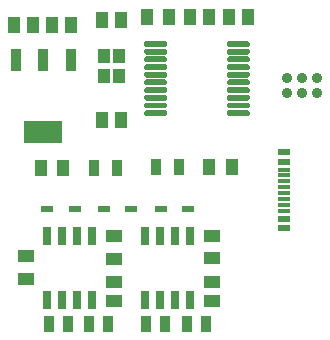
<source format=gbr>
%TF.GenerationSoftware,KiCad,Pcbnew,(5.1.12-1-g0a0a2da680)-1*%
%TF.CreationDate,2022-12-01T20:21:13+01:00*%
%TF.ProjectId,ThermoDeviceLogger,54686572-6d6f-4446-9576-6963654c6f67,rev?*%
%TF.SameCoordinates,Original*%
%TF.FileFunction,Paste,Top*%
%TF.FilePolarity,Positive*%
%FSLAX46Y46*%
G04 Gerber Fmt 4.6, Leading zero omitted, Abs format (unit mm)*
G04 Created by KiCad (PCBNEW (5.1.12-1-g0a0a2da680)-1) date 2022-12-01 20:21:13*
%MOMM*%
%LPD*%
G01*
G04 APERTURE LIST*
%ADD10R,1.100000X0.300000*%
%ADD11R,1.100000X0.600000*%
%ADD12R,1.020000X1.470000*%
%ADD13R,1.470000X1.020000*%
%ADD14R,1.075000X0.500000*%
%ADD15R,0.960000X1.390000*%
%ADD16R,3.200000X1.950000*%
%ADD17R,0.900000X1.950000*%
%ADD18R,0.650000X1.525000*%
%ADD19C,0.889000*%
%ADD20R,0.900000X1.400000*%
%ADD21R,1.000000X1.450000*%
%ADD22R,1.450000X1.000000*%
%ADD23R,1.000000X1.200000*%
G04 APERTURE END LIST*
D10*
%TO.C,J2*%
X117600000Y-70950000D03*
X117600000Y-69950000D03*
X117600000Y-68450000D03*
X117600000Y-67450000D03*
D11*
X117600000Y-66000000D03*
X117600000Y-66800000D03*
D10*
X117600000Y-67950000D03*
X117600000Y-68950000D03*
X117600000Y-69450000D03*
X117600000Y-70450000D03*
D11*
X117600000Y-71600000D03*
X117600000Y-72400000D03*
%TD*%
D12*
%TO.C,C1*%
X98000000Y-55250000D03*
X99600000Y-55250000D03*
%TD*%
%TO.C,C2*%
X96350000Y-55250000D03*
X94750000Y-55250000D03*
%TD*%
%TO.C,C3*%
X109700000Y-54500000D03*
X111300000Y-54500000D03*
%TD*%
%TO.C,C4*%
X114550000Y-54500000D03*
X112950000Y-54500000D03*
%TD*%
%TO.C,C5*%
X102200000Y-54750000D03*
X103800000Y-54750000D03*
%TD*%
%TO.C,C6*%
X103800000Y-63250000D03*
X102200000Y-63250000D03*
%TD*%
D13*
%TO.C,C7*%
X103250000Y-78600000D03*
X103250000Y-77000000D03*
%TD*%
%TO.C,C8*%
X111500000Y-78550000D03*
X111500000Y-76950000D03*
%TD*%
D14*
%TO.C,D1*%
X99912000Y-70750000D03*
X97588000Y-70750000D03*
%TD*%
%TO.C,D2*%
X109500000Y-70750000D03*
X107176000Y-70750000D03*
%TD*%
%TO.C,D3*%
X102382000Y-70750000D03*
X104706000Y-70750000D03*
%TD*%
D15*
%TO.C,FB1*%
X109380000Y-80500000D03*
X111000000Y-80500000D03*
%TD*%
%TO.C,FB2*%
X105940000Y-80500000D03*
X107560000Y-80500000D03*
%TD*%
D16*
%TO.C,IC1*%
X97250000Y-64300000D03*
D17*
X94950000Y-58200000D03*
X97250000Y-58200000D03*
X99550000Y-58200000D03*
%TD*%
D18*
%TO.C,IC2*%
X97595000Y-73038000D03*
X98865000Y-73038000D03*
X100135000Y-73038000D03*
X101405000Y-73038000D03*
X101405000Y-78462000D03*
X100135000Y-78462000D03*
X98865000Y-78462000D03*
X97595000Y-78462000D03*
%TD*%
%TO.C,IC3*%
X105845000Y-73038000D03*
X107115000Y-73038000D03*
X108385000Y-73038000D03*
X109655000Y-73038000D03*
X109655000Y-78462000D03*
X108385000Y-78462000D03*
X107115000Y-78462000D03*
X105845000Y-78462000D03*
%TD*%
D19*
%TO.C,J3*%
X117860000Y-60970000D03*
X117860000Y-59700000D03*
X119130000Y-60970000D03*
X119130000Y-59700000D03*
X120400000Y-60970000D03*
X120400000Y-59700000D03*
%TD*%
D20*
%TO.C,LED1*%
X101550000Y-67290000D03*
X103450000Y-67290000D03*
%TD*%
%TO.C,LED2*%
X108700000Y-67250000D03*
X106800000Y-67250000D03*
%TD*%
D15*
%TO.C,LFB1*%
X101130000Y-80500000D03*
X102750000Y-80500000D03*
%TD*%
%TO.C,LFB2*%
X97690000Y-80500000D03*
X99310000Y-80500000D03*
%TD*%
D21*
%TO.C,R1*%
X106000000Y-54500000D03*
X107900000Y-54500000D03*
%TD*%
%TO.C,R2*%
X97050000Y-67290000D03*
X98950000Y-67290000D03*
%TD*%
%TO.C,R3*%
X111300000Y-67250000D03*
X113200000Y-67250000D03*
%TD*%
D22*
%TO.C,R4*%
X111500000Y-73050000D03*
X111500000Y-74950000D03*
%TD*%
%TO.C,R5*%
X95750000Y-74800000D03*
X95750000Y-76700000D03*
%TD*%
%TO.C,R6*%
X103250000Y-73100000D03*
X103250000Y-75000000D03*
%TD*%
D23*
%TO.C,Y1*%
X103650000Y-57800000D03*
X103650000Y-59500000D03*
X102350000Y-59500000D03*
X102350000Y-57800000D03*
%TD*%
%TO.C,U1*%
G36*
G01*
X112800000Y-56950000D02*
X112800000Y-56700000D01*
G75*
G02*
X112925000Y-56575000I125000J0D01*
G01*
X114575000Y-56575000D01*
G75*
G02*
X114700000Y-56700000I0J-125000D01*
G01*
X114700000Y-56950000D01*
G75*
G02*
X114575000Y-57075000I-125000J0D01*
G01*
X112925000Y-57075000D01*
G75*
G02*
X112800000Y-56950000I0J125000D01*
G01*
G37*
G36*
G01*
X112800000Y-57600000D02*
X112800000Y-57350000D01*
G75*
G02*
X112925000Y-57225000I125000J0D01*
G01*
X114575000Y-57225000D01*
G75*
G02*
X114700000Y-57350000I0J-125000D01*
G01*
X114700000Y-57600000D01*
G75*
G02*
X114575000Y-57725000I-125000J0D01*
G01*
X112925000Y-57725000D01*
G75*
G02*
X112800000Y-57600000I0J125000D01*
G01*
G37*
G36*
G01*
X112800000Y-58250000D02*
X112800000Y-58000000D01*
G75*
G02*
X112925000Y-57875000I125000J0D01*
G01*
X114575000Y-57875000D01*
G75*
G02*
X114700000Y-58000000I0J-125000D01*
G01*
X114700000Y-58250000D01*
G75*
G02*
X114575000Y-58375000I-125000J0D01*
G01*
X112925000Y-58375000D01*
G75*
G02*
X112800000Y-58250000I0J125000D01*
G01*
G37*
G36*
G01*
X112800000Y-58900000D02*
X112800000Y-58650000D01*
G75*
G02*
X112925000Y-58525000I125000J0D01*
G01*
X114575000Y-58525000D01*
G75*
G02*
X114700000Y-58650000I0J-125000D01*
G01*
X114700000Y-58900000D01*
G75*
G02*
X114575000Y-59025000I-125000J0D01*
G01*
X112925000Y-59025000D01*
G75*
G02*
X112800000Y-58900000I0J125000D01*
G01*
G37*
G36*
G01*
X112800000Y-59550000D02*
X112800000Y-59300000D01*
G75*
G02*
X112925000Y-59175000I125000J0D01*
G01*
X114575000Y-59175000D01*
G75*
G02*
X114700000Y-59300000I0J-125000D01*
G01*
X114700000Y-59550000D01*
G75*
G02*
X114575000Y-59675000I-125000J0D01*
G01*
X112925000Y-59675000D01*
G75*
G02*
X112800000Y-59550000I0J125000D01*
G01*
G37*
G36*
G01*
X112800000Y-60200000D02*
X112800000Y-59950000D01*
G75*
G02*
X112925000Y-59825000I125000J0D01*
G01*
X114575000Y-59825000D01*
G75*
G02*
X114700000Y-59950000I0J-125000D01*
G01*
X114700000Y-60200000D01*
G75*
G02*
X114575000Y-60325000I-125000J0D01*
G01*
X112925000Y-60325000D01*
G75*
G02*
X112800000Y-60200000I0J125000D01*
G01*
G37*
G36*
G01*
X112800000Y-60850000D02*
X112800000Y-60600000D01*
G75*
G02*
X112925000Y-60475000I125000J0D01*
G01*
X114575000Y-60475000D01*
G75*
G02*
X114700000Y-60600000I0J-125000D01*
G01*
X114700000Y-60850000D01*
G75*
G02*
X114575000Y-60975000I-125000J0D01*
G01*
X112925000Y-60975000D01*
G75*
G02*
X112800000Y-60850000I0J125000D01*
G01*
G37*
G36*
G01*
X112800000Y-61500000D02*
X112800000Y-61250000D01*
G75*
G02*
X112925000Y-61125000I125000J0D01*
G01*
X114575000Y-61125000D01*
G75*
G02*
X114700000Y-61250000I0J-125000D01*
G01*
X114700000Y-61500000D01*
G75*
G02*
X114575000Y-61625000I-125000J0D01*
G01*
X112925000Y-61625000D01*
G75*
G02*
X112800000Y-61500000I0J125000D01*
G01*
G37*
G36*
G01*
X112800000Y-62150000D02*
X112800000Y-61900000D01*
G75*
G02*
X112925000Y-61775000I125000J0D01*
G01*
X114575000Y-61775000D01*
G75*
G02*
X114700000Y-61900000I0J-125000D01*
G01*
X114700000Y-62150000D01*
G75*
G02*
X114575000Y-62275000I-125000J0D01*
G01*
X112925000Y-62275000D01*
G75*
G02*
X112800000Y-62150000I0J125000D01*
G01*
G37*
G36*
G01*
X112800000Y-62800000D02*
X112800000Y-62550000D01*
G75*
G02*
X112925000Y-62425000I125000J0D01*
G01*
X114575000Y-62425000D01*
G75*
G02*
X114700000Y-62550000I0J-125000D01*
G01*
X114700000Y-62800000D01*
G75*
G02*
X114575000Y-62925000I-125000J0D01*
G01*
X112925000Y-62925000D01*
G75*
G02*
X112800000Y-62800000I0J125000D01*
G01*
G37*
G36*
G01*
X105800000Y-62800000D02*
X105800000Y-62550000D01*
G75*
G02*
X105925000Y-62425000I125000J0D01*
G01*
X107575000Y-62425000D01*
G75*
G02*
X107700000Y-62550000I0J-125000D01*
G01*
X107700000Y-62800000D01*
G75*
G02*
X107575000Y-62925000I-125000J0D01*
G01*
X105925000Y-62925000D01*
G75*
G02*
X105800000Y-62800000I0J125000D01*
G01*
G37*
G36*
G01*
X105800000Y-62150000D02*
X105800000Y-61900000D01*
G75*
G02*
X105925000Y-61775000I125000J0D01*
G01*
X107575000Y-61775000D01*
G75*
G02*
X107700000Y-61900000I0J-125000D01*
G01*
X107700000Y-62150000D01*
G75*
G02*
X107575000Y-62275000I-125000J0D01*
G01*
X105925000Y-62275000D01*
G75*
G02*
X105800000Y-62150000I0J125000D01*
G01*
G37*
G36*
G01*
X105800000Y-61500000D02*
X105800000Y-61250000D01*
G75*
G02*
X105925000Y-61125000I125000J0D01*
G01*
X107575000Y-61125000D01*
G75*
G02*
X107700000Y-61250000I0J-125000D01*
G01*
X107700000Y-61500000D01*
G75*
G02*
X107575000Y-61625000I-125000J0D01*
G01*
X105925000Y-61625000D01*
G75*
G02*
X105800000Y-61500000I0J125000D01*
G01*
G37*
G36*
G01*
X105800000Y-60850000D02*
X105800000Y-60600000D01*
G75*
G02*
X105925000Y-60475000I125000J0D01*
G01*
X107575000Y-60475000D01*
G75*
G02*
X107700000Y-60600000I0J-125000D01*
G01*
X107700000Y-60850000D01*
G75*
G02*
X107575000Y-60975000I-125000J0D01*
G01*
X105925000Y-60975000D01*
G75*
G02*
X105800000Y-60850000I0J125000D01*
G01*
G37*
G36*
G01*
X105800000Y-60200000D02*
X105800000Y-59950000D01*
G75*
G02*
X105925000Y-59825000I125000J0D01*
G01*
X107575000Y-59825000D01*
G75*
G02*
X107700000Y-59950000I0J-125000D01*
G01*
X107700000Y-60200000D01*
G75*
G02*
X107575000Y-60325000I-125000J0D01*
G01*
X105925000Y-60325000D01*
G75*
G02*
X105800000Y-60200000I0J125000D01*
G01*
G37*
G36*
G01*
X105800000Y-59550000D02*
X105800000Y-59300000D01*
G75*
G02*
X105925000Y-59175000I125000J0D01*
G01*
X107575000Y-59175000D01*
G75*
G02*
X107700000Y-59300000I0J-125000D01*
G01*
X107700000Y-59550000D01*
G75*
G02*
X107575000Y-59675000I-125000J0D01*
G01*
X105925000Y-59675000D01*
G75*
G02*
X105800000Y-59550000I0J125000D01*
G01*
G37*
G36*
G01*
X105800000Y-58900000D02*
X105800000Y-58650000D01*
G75*
G02*
X105925000Y-58525000I125000J0D01*
G01*
X107575000Y-58525000D01*
G75*
G02*
X107700000Y-58650000I0J-125000D01*
G01*
X107700000Y-58900000D01*
G75*
G02*
X107575000Y-59025000I-125000J0D01*
G01*
X105925000Y-59025000D01*
G75*
G02*
X105800000Y-58900000I0J125000D01*
G01*
G37*
G36*
G01*
X105800000Y-58250000D02*
X105800000Y-58000000D01*
G75*
G02*
X105925000Y-57875000I125000J0D01*
G01*
X107575000Y-57875000D01*
G75*
G02*
X107700000Y-58000000I0J-125000D01*
G01*
X107700000Y-58250000D01*
G75*
G02*
X107575000Y-58375000I-125000J0D01*
G01*
X105925000Y-58375000D01*
G75*
G02*
X105800000Y-58250000I0J125000D01*
G01*
G37*
G36*
G01*
X105800000Y-57600000D02*
X105800000Y-57350000D01*
G75*
G02*
X105925000Y-57225000I125000J0D01*
G01*
X107575000Y-57225000D01*
G75*
G02*
X107700000Y-57350000I0J-125000D01*
G01*
X107700000Y-57600000D01*
G75*
G02*
X107575000Y-57725000I-125000J0D01*
G01*
X105925000Y-57725000D01*
G75*
G02*
X105800000Y-57600000I0J125000D01*
G01*
G37*
G36*
G01*
X105800000Y-56950000D02*
X105800000Y-56700000D01*
G75*
G02*
X105925000Y-56575000I125000J0D01*
G01*
X107575000Y-56575000D01*
G75*
G02*
X107700000Y-56700000I0J-125000D01*
G01*
X107700000Y-56950000D01*
G75*
G02*
X107575000Y-57075000I-125000J0D01*
G01*
X105925000Y-57075000D01*
G75*
G02*
X105800000Y-56950000I0J125000D01*
G01*
G37*
%TD*%
M02*

</source>
